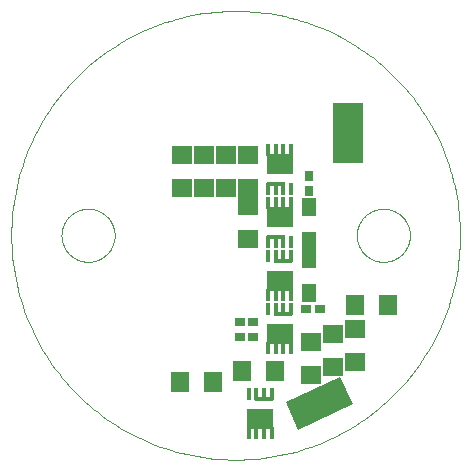
<source format=gtp>
G75*
%MOIN*%
%OFA0B0*%
%FSLAX25Y25*%
%IPPOS*%
%LPD*%
%AMOC8*
5,1,8,0,0,1.08239X$1,22.5*
%
%ADD10C,0.00000*%
%ADD11C,0.00039*%
%ADD12R,0.01378X0.03937*%
%ADD13R,0.06496X0.01575*%
%ADD14R,0.09055X0.07087*%
%ADD15R,0.07098X0.06299*%
%ADD16R,0.06299X0.07098*%
%ADD17R,0.04724X0.05906*%
%ADD18R,0.07087X0.06299*%
%ADD19R,0.06299X0.07087*%
%ADD20R,0.02913X0.03642*%
%ADD21R,0.03642X0.02913*%
%ADD22R,0.03543X0.02756*%
%ADD23R,0.10000X0.20000*%
D10*
X0031167Y0092072D02*
X0031170Y0092289D01*
X0031178Y0092507D01*
X0031191Y0092724D01*
X0031210Y0092940D01*
X0031234Y0093156D01*
X0031263Y0093372D01*
X0031297Y0093586D01*
X0031337Y0093800D01*
X0031382Y0094013D01*
X0031432Y0094224D01*
X0031488Y0094435D01*
X0031548Y0094643D01*
X0031614Y0094851D01*
X0031685Y0095056D01*
X0031761Y0095260D01*
X0031841Y0095462D01*
X0031927Y0095662D01*
X0032017Y0095859D01*
X0032113Y0096055D01*
X0032213Y0096248D01*
X0032318Y0096438D01*
X0032427Y0096626D01*
X0032541Y0096811D01*
X0032660Y0096993D01*
X0032783Y0097173D01*
X0032910Y0097349D01*
X0033042Y0097522D01*
X0033178Y0097691D01*
X0033318Y0097858D01*
X0033462Y0098021D01*
X0033610Y0098180D01*
X0033761Y0098336D01*
X0033917Y0098487D01*
X0034076Y0098635D01*
X0034239Y0098779D01*
X0034406Y0098919D01*
X0034575Y0099055D01*
X0034748Y0099187D01*
X0034924Y0099314D01*
X0035104Y0099437D01*
X0035286Y0099556D01*
X0035471Y0099670D01*
X0035659Y0099779D01*
X0035849Y0099884D01*
X0036042Y0099984D01*
X0036238Y0100080D01*
X0036435Y0100170D01*
X0036635Y0100256D01*
X0036837Y0100336D01*
X0037041Y0100412D01*
X0037246Y0100483D01*
X0037454Y0100549D01*
X0037662Y0100609D01*
X0037873Y0100665D01*
X0038084Y0100715D01*
X0038297Y0100760D01*
X0038511Y0100800D01*
X0038725Y0100834D01*
X0038941Y0100863D01*
X0039157Y0100887D01*
X0039373Y0100906D01*
X0039590Y0100919D01*
X0039808Y0100927D01*
X0040025Y0100930D01*
X0040242Y0100927D01*
X0040460Y0100919D01*
X0040677Y0100906D01*
X0040893Y0100887D01*
X0041109Y0100863D01*
X0041325Y0100834D01*
X0041539Y0100800D01*
X0041753Y0100760D01*
X0041966Y0100715D01*
X0042177Y0100665D01*
X0042388Y0100609D01*
X0042596Y0100549D01*
X0042804Y0100483D01*
X0043009Y0100412D01*
X0043213Y0100336D01*
X0043415Y0100256D01*
X0043615Y0100170D01*
X0043812Y0100080D01*
X0044008Y0099984D01*
X0044201Y0099884D01*
X0044391Y0099779D01*
X0044579Y0099670D01*
X0044764Y0099556D01*
X0044946Y0099437D01*
X0045126Y0099314D01*
X0045302Y0099187D01*
X0045475Y0099055D01*
X0045644Y0098919D01*
X0045811Y0098779D01*
X0045974Y0098635D01*
X0046133Y0098487D01*
X0046289Y0098336D01*
X0046440Y0098180D01*
X0046588Y0098021D01*
X0046732Y0097858D01*
X0046872Y0097691D01*
X0047008Y0097522D01*
X0047140Y0097349D01*
X0047267Y0097173D01*
X0047390Y0096993D01*
X0047509Y0096811D01*
X0047623Y0096626D01*
X0047732Y0096438D01*
X0047837Y0096248D01*
X0047937Y0096055D01*
X0048033Y0095859D01*
X0048123Y0095662D01*
X0048209Y0095462D01*
X0048289Y0095260D01*
X0048365Y0095056D01*
X0048436Y0094851D01*
X0048502Y0094643D01*
X0048562Y0094435D01*
X0048618Y0094224D01*
X0048668Y0094013D01*
X0048713Y0093800D01*
X0048753Y0093586D01*
X0048787Y0093372D01*
X0048816Y0093156D01*
X0048840Y0092940D01*
X0048859Y0092724D01*
X0048872Y0092507D01*
X0048880Y0092289D01*
X0048883Y0092072D01*
X0048880Y0091855D01*
X0048872Y0091637D01*
X0048859Y0091420D01*
X0048840Y0091204D01*
X0048816Y0090988D01*
X0048787Y0090772D01*
X0048753Y0090558D01*
X0048713Y0090344D01*
X0048668Y0090131D01*
X0048618Y0089920D01*
X0048562Y0089709D01*
X0048502Y0089501D01*
X0048436Y0089293D01*
X0048365Y0089088D01*
X0048289Y0088884D01*
X0048209Y0088682D01*
X0048123Y0088482D01*
X0048033Y0088285D01*
X0047937Y0088089D01*
X0047837Y0087896D01*
X0047732Y0087706D01*
X0047623Y0087518D01*
X0047509Y0087333D01*
X0047390Y0087151D01*
X0047267Y0086971D01*
X0047140Y0086795D01*
X0047008Y0086622D01*
X0046872Y0086453D01*
X0046732Y0086286D01*
X0046588Y0086123D01*
X0046440Y0085964D01*
X0046289Y0085808D01*
X0046133Y0085657D01*
X0045974Y0085509D01*
X0045811Y0085365D01*
X0045644Y0085225D01*
X0045475Y0085089D01*
X0045302Y0084957D01*
X0045126Y0084830D01*
X0044946Y0084707D01*
X0044764Y0084588D01*
X0044579Y0084474D01*
X0044391Y0084365D01*
X0044201Y0084260D01*
X0044008Y0084160D01*
X0043812Y0084064D01*
X0043615Y0083974D01*
X0043415Y0083888D01*
X0043213Y0083808D01*
X0043009Y0083732D01*
X0042804Y0083661D01*
X0042596Y0083595D01*
X0042388Y0083535D01*
X0042177Y0083479D01*
X0041966Y0083429D01*
X0041753Y0083384D01*
X0041539Y0083344D01*
X0041325Y0083310D01*
X0041109Y0083281D01*
X0040893Y0083257D01*
X0040677Y0083238D01*
X0040460Y0083225D01*
X0040242Y0083217D01*
X0040025Y0083214D01*
X0039808Y0083217D01*
X0039590Y0083225D01*
X0039373Y0083238D01*
X0039157Y0083257D01*
X0038941Y0083281D01*
X0038725Y0083310D01*
X0038511Y0083344D01*
X0038297Y0083384D01*
X0038084Y0083429D01*
X0037873Y0083479D01*
X0037662Y0083535D01*
X0037454Y0083595D01*
X0037246Y0083661D01*
X0037041Y0083732D01*
X0036837Y0083808D01*
X0036635Y0083888D01*
X0036435Y0083974D01*
X0036238Y0084064D01*
X0036042Y0084160D01*
X0035849Y0084260D01*
X0035659Y0084365D01*
X0035471Y0084474D01*
X0035286Y0084588D01*
X0035104Y0084707D01*
X0034924Y0084830D01*
X0034748Y0084957D01*
X0034575Y0085089D01*
X0034406Y0085225D01*
X0034239Y0085365D01*
X0034076Y0085509D01*
X0033917Y0085657D01*
X0033761Y0085808D01*
X0033610Y0085964D01*
X0033462Y0086123D01*
X0033318Y0086286D01*
X0033178Y0086453D01*
X0033042Y0086622D01*
X0032910Y0086795D01*
X0032783Y0086971D01*
X0032660Y0087151D01*
X0032541Y0087333D01*
X0032427Y0087518D01*
X0032318Y0087706D01*
X0032213Y0087896D01*
X0032113Y0088089D01*
X0032017Y0088285D01*
X0031927Y0088482D01*
X0031841Y0088682D01*
X0031761Y0088884D01*
X0031685Y0089088D01*
X0031614Y0089293D01*
X0031548Y0089501D01*
X0031488Y0089709D01*
X0031432Y0089920D01*
X0031382Y0090131D01*
X0031337Y0090344D01*
X0031297Y0090558D01*
X0031263Y0090772D01*
X0031234Y0090988D01*
X0031210Y0091204D01*
X0031191Y0091420D01*
X0031178Y0091637D01*
X0031170Y0091855D01*
X0031167Y0092072D01*
X0129592Y0092072D02*
X0129595Y0092289D01*
X0129603Y0092507D01*
X0129616Y0092724D01*
X0129635Y0092940D01*
X0129659Y0093156D01*
X0129688Y0093372D01*
X0129722Y0093586D01*
X0129762Y0093800D01*
X0129807Y0094013D01*
X0129857Y0094224D01*
X0129913Y0094435D01*
X0129973Y0094643D01*
X0130039Y0094851D01*
X0130110Y0095056D01*
X0130186Y0095260D01*
X0130266Y0095462D01*
X0130352Y0095662D01*
X0130442Y0095859D01*
X0130538Y0096055D01*
X0130638Y0096248D01*
X0130743Y0096438D01*
X0130852Y0096626D01*
X0130966Y0096811D01*
X0131085Y0096993D01*
X0131208Y0097173D01*
X0131335Y0097349D01*
X0131467Y0097522D01*
X0131603Y0097691D01*
X0131743Y0097858D01*
X0131887Y0098021D01*
X0132035Y0098180D01*
X0132186Y0098336D01*
X0132342Y0098487D01*
X0132501Y0098635D01*
X0132664Y0098779D01*
X0132831Y0098919D01*
X0133000Y0099055D01*
X0133173Y0099187D01*
X0133349Y0099314D01*
X0133529Y0099437D01*
X0133711Y0099556D01*
X0133896Y0099670D01*
X0134084Y0099779D01*
X0134274Y0099884D01*
X0134467Y0099984D01*
X0134663Y0100080D01*
X0134860Y0100170D01*
X0135060Y0100256D01*
X0135262Y0100336D01*
X0135466Y0100412D01*
X0135671Y0100483D01*
X0135879Y0100549D01*
X0136087Y0100609D01*
X0136298Y0100665D01*
X0136509Y0100715D01*
X0136722Y0100760D01*
X0136936Y0100800D01*
X0137150Y0100834D01*
X0137366Y0100863D01*
X0137582Y0100887D01*
X0137798Y0100906D01*
X0138015Y0100919D01*
X0138233Y0100927D01*
X0138450Y0100930D01*
X0138667Y0100927D01*
X0138885Y0100919D01*
X0139102Y0100906D01*
X0139318Y0100887D01*
X0139534Y0100863D01*
X0139750Y0100834D01*
X0139964Y0100800D01*
X0140178Y0100760D01*
X0140391Y0100715D01*
X0140602Y0100665D01*
X0140813Y0100609D01*
X0141021Y0100549D01*
X0141229Y0100483D01*
X0141434Y0100412D01*
X0141638Y0100336D01*
X0141840Y0100256D01*
X0142040Y0100170D01*
X0142237Y0100080D01*
X0142433Y0099984D01*
X0142626Y0099884D01*
X0142816Y0099779D01*
X0143004Y0099670D01*
X0143189Y0099556D01*
X0143371Y0099437D01*
X0143551Y0099314D01*
X0143727Y0099187D01*
X0143900Y0099055D01*
X0144069Y0098919D01*
X0144236Y0098779D01*
X0144399Y0098635D01*
X0144558Y0098487D01*
X0144714Y0098336D01*
X0144865Y0098180D01*
X0145013Y0098021D01*
X0145157Y0097858D01*
X0145297Y0097691D01*
X0145433Y0097522D01*
X0145565Y0097349D01*
X0145692Y0097173D01*
X0145815Y0096993D01*
X0145934Y0096811D01*
X0146048Y0096626D01*
X0146157Y0096438D01*
X0146262Y0096248D01*
X0146362Y0096055D01*
X0146458Y0095859D01*
X0146548Y0095662D01*
X0146634Y0095462D01*
X0146714Y0095260D01*
X0146790Y0095056D01*
X0146861Y0094851D01*
X0146927Y0094643D01*
X0146987Y0094435D01*
X0147043Y0094224D01*
X0147093Y0094013D01*
X0147138Y0093800D01*
X0147178Y0093586D01*
X0147212Y0093372D01*
X0147241Y0093156D01*
X0147265Y0092940D01*
X0147284Y0092724D01*
X0147297Y0092507D01*
X0147305Y0092289D01*
X0147308Y0092072D01*
X0147305Y0091855D01*
X0147297Y0091637D01*
X0147284Y0091420D01*
X0147265Y0091204D01*
X0147241Y0090988D01*
X0147212Y0090772D01*
X0147178Y0090558D01*
X0147138Y0090344D01*
X0147093Y0090131D01*
X0147043Y0089920D01*
X0146987Y0089709D01*
X0146927Y0089501D01*
X0146861Y0089293D01*
X0146790Y0089088D01*
X0146714Y0088884D01*
X0146634Y0088682D01*
X0146548Y0088482D01*
X0146458Y0088285D01*
X0146362Y0088089D01*
X0146262Y0087896D01*
X0146157Y0087706D01*
X0146048Y0087518D01*
X0145934Y0087333D01*
X0145815Y0087151D01*
X0145692Y0086971D01*
X0145565Y0086795D01*
X0145433Y0086622D01*
X0145297Y0086453D01*
X0145157Y0086286D01*
X0145013Y0086123D01*
X0144865Y0085964D01*
X0144714Y0085808D01*
X0144558Y0085657D01*
X0144399Y0085509D01*
X0144236Y0085365D01*
X0144069Y0085225D01*
X0143900Y0085089D01*
X0143727Y0084957D01*
X0143551Y0084830D01*
X0143371Y0084707D01*
X0143189Y0084588D01*
X0143004Y0084474D01*
X0142816Y0084365D01*
X0142626Y0084260D01*
X0142433Y0084160D01*
X0142237Y0084064D01*
X0142040Y0083974D01*
X0141840Y0083888D01*
X0141638Y0083808D01*
X0141434Y0083732D01*
X0141229Y0083661D01*
X0141021Y0083595D01*
X0140813Y0083535D01*
X0140602Y0083479D01*
X0140391Y0083429D01*
X0140178Y0083384D01*
X0139964Y0083344D01*
X0139750Y0083310D01*
X0139534Y0083281D01*
X0139318Y0083257D01*
X0139102Y0083238D01*
X0138885Y0083225D01*
X0138667Y0083217D01*
X0138450Y0083214D01*
X0138233Y0083217D01*
X0138015Y0083225D01*
X0137798Y0083238D01*
X0137582Y0083257D01*
X0137366Y0083281D01*
X0137150Y0083310D01*
X0136936Y0083344D01*
X0136722Y0083384D01*
X0136509Y0083429D01*
X0136298Y0083479D01*
X0136087Y0083535D01*
X0135879Y0083595D01*
X0135671Y0083661D01*
X0135466Y0083732D01*
X0135262Y0083808D01*
X0135060Y0083888D01*
X0134860Y0083974D01*
X0134663Y0084064D01*
X0134467Y0084160D01*
X0134274Y0084260D01*
X0134084Y0084365D01*
X0133896Y0084474D01*
X0133711Y0084588D01*
X0133529Y0084707D01*
X0133349Y0084830D01*
X0133173Y0084957D01*
X0133000Y0085089D01*
X0132831Y0085225D01*
X0132664Y0085365D01*
X0132501Y0085509D01*
X0132342Y0085657D01*
X0132186Y0085808D01*
X0132035Y0085964D01*
X0131887Y0086123D01*
X0131743Y0086286D01*
X0131603Y0086453D01*
X0131467Y0086622D01*
X0131335Y0086795D01*
X0131208Y0086971D01*
X0131085Y0087151D01*
X0130966Y0087333D01*
X0130852Y0087518D01*
X0130743Y0087706D01*
X0130638Y0087896D01*
X0130538Y0088089D01*
X0130442Y0088285D01*
X0130352Y0088482D01*
X0130266Y0088682D01*
X0130186Y0088884D01*
X0130110Y0089088D01*
X0130039Y0089293D01*
X0129973Y0089501D01*
X0129913Y0089709D01*
X0129857Y0089920D01*
X0129807Y0090131D01*
X0129762Y0090344D01*
X0129722Y0090558D01*
X0129688Y0090772D01*
X0129659Y0090988D01*
X0129635Y0091204D01*
X0129616Y0091420D01*
X0129603Y0091637D01*
X0129595Y0091855D01*
X0129592Y0092072D01*
D11*
X0014435Y0092072D02*
X0014458Y0093908D01*
X0014525Y0095742D01*
X0014638Y0097575D01*
X0014795Y0099404D01*
X0014998Y0101229D01*
X0015245Y0103048D01*
X0015536Y0104860D01*
X0015872Y0106665D01*
X0016253Y0108461D01*
X0016677Y0110248D01*
X0017145Y0112023D01*
X0017656Y0113786D01*
X0018210Y0115536D01*
X0018808Y0117272D01*
X0019447Y0118993D01*
X0020129Y0120698D01*
X0020852Y0122385D01*
X0021617Y0124054D01*
X0022422Y0125704D01*
X0023268Y0127334D01*
X0024153Y0128942D01*
X0025077Y0130528D01*
X0026040Y0132091D01*
X0027042Y0133630D01*
X0028080Y0135144D01*
X0029156Y0136632D01*
X0030267Y0138093D01*
X0031414Y0139527D01*
X0032597Y0140931D01*
X0033813Y0142307D01*
X0035062Y0143652D01*
X0036344Y0144966D01*
X0037658Y0146248D01*
X0039003Y0147497D01*
X0040379Y0148713D01*
X0041783Y0149896D01*
X0043217Y0151043D01*
X0044678Y0152154D01*
X0046166Y0153230D01*
X0047680Y0154268D01*
X0049219Y0155270D01*
X0050782Y0156233D01*
X0052368Y0157157D01*
X0053976Y0158042D01*
X0055606Y0158888D01*
X0057256Y0159693D01*
X0058925Y0160458D01*
X0060612Y0161181D01*
X0062317Y0161863D01*
X0064038Y0162502D01*
X0065774Y0163100D01*
X0067524Y0163654D01*
X0069287Y0164165D01*
X0071062Y0164633D01*
X0072849Y0165057D01*
X0074645Y0165438D01*
X0076450Y0165774D01*
X0078262Y0166065D01*
X0080081Y0166312D01*
X0081906Y0166515D01*
X0083735Y0166672D01*
X0085568Y0166785D01*
X0087402Y0166852D01*
X0089238Y0166875D01*
X0091074Y0166852D01*
X0092908Y0166785D01*
X0094741Y0166672D01*
X0096570Y0166515D01*
X0098395Y0166312D01*
X0100214Y0166065D01*
X0102026Y0165774D01*
X0103831Y0165438D01*
X0105627Y0165057D01*
X0107414Y0164633D01*
X0109189Y0164165D01*
X0110952Y0163654D01*
X0112702Y0163100D01*
X0114438Y0162502D01*
X0116159Y0161863D01*
X0117864Y0161181D01*
X0119551Y0160458D01*
X0121220Y0159693D01*
X0122870Y0158888D01*
X0124500Y0158042D01*
X0126108Y0157157D01*
X0127694Y0156233D01*
X0129257Y0155270D01*
X0130796Y0154268D01*
X0132310Y0153230D01*
X0133798Y0152154D01*
X0135259Y0151043D01*
X0136693Y0149896D01*
X0138097Y0148713D01*
X0139473Y0147497D01*
X0140818Y0146248D01*
X0142132Y0144966D01*
X0143414Y0143652D01*
X0144663Y0142307D01*
X0145879Y0140931D01*
X0147062Y0139527D01*
X0148209Y0138093D01*
X0149320Y0136632D01*
X0150396Y0135144D01*
X0151434Y0133630D01*
X0152436Y0132091D01*
X0153399Y0130528D01*
X0154323Y0128942D01*
X0155208Y0127334D01*
X0156054Y0125704D01*
X0156859Y0124054D01*
X0157624Y0122385D01*
X0158347Y0120698D01*
X0159029Y0118993D01*
X0159668Y0117272D01*
X0160266Y0115536D01*
X0160820Y0113786D01*
X0161331Y0112023D01*
X0161799Y0110248D01*
X0162223Y0108461D01*
X0162604Y0106665D01*
X0162940Y0104860D01*
X0163231Y0103048D01*
X0163478Y0101229D01*
X0163681Y0099404D01*
X0163838Y0097575D01*
X0163951Y0095742D01*
X0164018Y0093908D01*
X0164041Y0092072D01*
X0164018Y0090236D01*
X0163951Y0088402D01*
X0163838Y0086569D01*
X0163681Y0084740D01*
X0163478Y0082915D01*
X0163231Y0081096D01*
X0162940Y0079284D01*
X0162604Y0077479D01*
X0162223Y0075683D01*
X0161799Y0073896D01*
X0161331Y0072121D01*
X0160820Y0070358D01*
X0160266Y0068608D01*
X0159668Y0066872D01*
X0159029Y0065151D01*
X0158347Y0063446D01*
X0157624Y0061759D01*
X0156859Y0060090D01*
X0156054Y0058440D01*
X0155208Y0056810D01*
X0154323Y0055202D01*
X0153399Y0053616D01*
X0152436Y0052053D01*
X0151434Y0050514D01*
X0150396Y0049000D01*
X0149320Y0047512D01*
X0148209Y0046051D01*
X0147062Y0044617D01*
X0145879Y0043213D01*
X0144663Y0041837D01*
X0143414Y0040492D01*
X0142132Y0039178D01*
X0140818Y0037896D01*
X0139473Y0036647D01*
X0138097Y0035431D01*
X0136693Y0034248D01*
X0135259Y0033101D01*
X0133798Y0031990D01*
X0132310Y0030914D01*
X0130796Y0029876D01*
X0129257Y0028874D01*
X0127694Y0027911D01*
X0126108Y0026987D01*
X0124500Y0026102D01*
X0122870Y0025256D01*
X0121220Y0024451D01*
X0119551Y0023686D01*
X0117864Y0022963D01*
X0116159Y0022281D01*
X0114438Y0021642D01*
X0112702Y0021044D01*
X0110952Y0020490D01*
X0109189Y0019979D01*
X0107414Y0019511D01*
X0105627Y0019087D01*
X0103831Y0018706D01*
X0102026Y0018370D01*
X0100214Y0018079D01*
X0098395Y0017832D01*
X0096570Y0017629D01*
X0094741Y0017472D01*
X0092908Y0017359D01*
X0091074Y0017292D01*
X0089238Y0017269D01*
X0087402Y0017292D01*
X0085568Y0017359D01*
X0083735Y0017472D01*
X0081906Y0017629D01*
X0080081Y0017832D01*
X0078262Y0018079D01*
X0076450Y0018370D01*
X0074645Y0018706D01*
X0072849Y0019087D01*
X0071062Y0019511D01*
X0069287Y0019979D01*
X0067524Y0020490D01*
X0065774Y0021044D01*
X0064038Y0021642D01*
X0062317Y0022281D01*
X0060612Y0022963D01*
X0058925Y0023686D01*
X0057256Y0024451D01*
X0055606Y0025256D01*
X0053976Y0026102D01*
X0052368Y0026987D01*
X0050782Y0027911D01*
X0049219Y0028874D01*
X0047680Y0029876D01*
X0046166Y0030914D01*
X0044678Y0031990D01*
X0043217Y0033101D01*
X0041783Y0034248D01*
X0040379Y0035431D01*
X0039003Y0036647D01*
X0037658Y0037896D01*
X0036344Y0039178D01*
X0035062Y0040492D01*
X0033813Y0041837D01*
X0032597Y0043213D01*
X0031414Y0044617D01*
X0030267Y0046051D01*
X0029156Y0047512D01*
X0028080Y0049000D01*
X0027042Y0050514D01*
X0026040Y0052053D01*
X0025077Y0053616D01*
X0024153Y0055202D01*
X0023268Y0056810D01*
X0022422Y0058440D01*
X0021617Y0060090D01*
X0020852Y0061759D01*
X0020129Y0063446D01*
X0019447Y0065151D01*
X0018808Y0066872D01*
X0018210Y0068608D01*
X0017656Y0070358D01*
X0017145Y0072121D01*
X0016677Y0073896D01*
X0016253Y0075683D01*
X0015872Y0077479D01*
X0015536Y0079284D01*
X0015245Y0081096D01*
X0014998Y0082915D01*
X0014795Y0084740D01*
X0014638Y0086569D01*
X0014525Y0088402D01*
X0014458Y0090236D01*
X0014435Y0092072D01*
D12*
X0093588Y0039218D03*
X0096147Y0039218D03*
X0098706Y0039218D03*
X0101265Y0039218D03*
X0101265Y0026226D03*
X0098706Y0026226D03*
X0096147Y0026226D03*
X0093588Y0026226D03*
X0100045Y0054395D03*
X0102604Y0054395D03*
X0105163Y0054395D03*
X0107722Y0054395D03*
X0107722Y0067387D03*
X0105163Y0067387D03*
X0102604Y0067387D03*
X0100045Y0067387D03*
X0100045Y0072112D03*
X0102604Y0072112D03*
X0105163Y0072112D03*
X0107722Y0072112D03*
X0107722Y0085104D03*
X0105163Y0085104D03*
X0102604Y0085104D03*
X0100045Y0085104D03*
X0100045Y0089828D03*
X0102604Y0089828D03*
X0105163Y0089828D03*
X0107722Y0089828D03*
X0107722Y0102820D03*
X0105163Y0102820D03*
X0102604Y0102820D03*
X0100045Y0102820D03*
X0100045Y0107545D03*
X0102604Y0107545D03*
X0105163Y0107545D03*
X0107722Y0107545D03*
X0107722Y0120537D03*
X0105163Y0120537D03*
X0102604Y0120537D03*
X0100045Y0120537D03*
D13*
X0102604Y0109120D03*
X0102604Y0091403D03*
X0105163Y0083529D03*
X0105163Y0065813D03*
X0098706Y0037643D03*
D14*
X0097427Y0030990D03*
X0103883Y0059159D03*
X0103883Y0076876D03*
X0103883Y0098057D03*
X0103883Y0115773D03*
D15*
X0093254Y0101923D03*
X0093254Y0090726D03*
D16*
X0070529Y0043057D03*
X0081726Y0043057D03*
D17*
X0113805Y0072899D03*
X0113805Y0084317D03*
X0113805Y0090143D03*
X0113805Y0101561D03*
D18*
X0093254Y0107820D03*
X0085931Y0107820D03*
X0078608Y0107820D03*
X0071285Y0107820D03*
X0071285Y0118844D03*
X0078608Y0118844D03*
X0085931Y0118844D03*
X0093254Y0118844D03*
X0128923Y0060734D03*
X0121600Y0059317D03*
X0114277Y0056482D03*
X0121600Y0048293D03*
X0128923Y0049710D03*
X0114277Y0045458D03*
D19*
X0102309Y0046718D03*
X0091285Y0046718D03*
X0128982Y0068962D03*
X0140006Y0068962D03*
D20*
X0113805Y0106954D03*
X0113805Y0111679D03*
D21*
X0112624Y0067506D03*
X0117348Y0067506D03*
D22*
X0095143Y0063214D03*
X0090655Y0063214D03*
X0090655Y0058096D03*
X0095143Y0058096D03*
D23*
G36*
X0124061Y0044845D02*
X0128288Y0035783D01*
X0110163Y0027331D01*
X0105936Y0036393D01*
X0124061Y0044845D01*
G37*
X0126561Y0126088D03*
M02*

</source>
